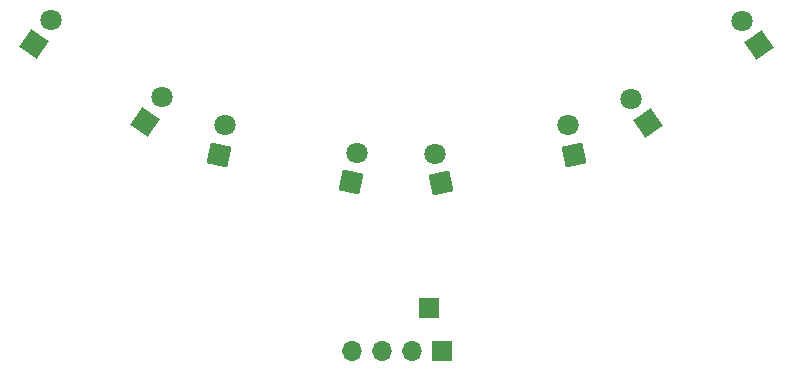
<source format=gbr>
%TF.GenerationSoftware,KiCad,Pcbnew,7.0.9*%
%TF.CreationDate,2025-01-15T22:01:12+09:00*%
%TF.ProjectId,line_front_back_robot2,6c696e65-5f66-4726-9f6e-74066261636b,rev?*%
%TF.SameCoordinates,Original*%
%TF.FileFunction,Soldermask,Bot*%
%TF.FilePolarity,Negative*%
%FSLAX46Y46*%
G04 Gerber Fmt 4.6, Leading zero omitted, Abs format (unit mm)*
G04 Created by KiCad (PCBNEW 7.0.9) date 2025-01-15 22:01:12*
%MOMM*%
%LPD*%
G01*
G04 APERTURE LIST*
G04 Aperture macros list*
%AMRotRect*
0 Rectangle, with rotation*
0 The origin of the aperture is its center*
0 $1 length*
0 $2 width*
0 $3 Rotation angle, in degrees counterclockwise*
0 Add horizontal line*
21,1,$1,$2,0,0,$3*%
G04 Aperture macros list end*
%ADD10RotRect,1.800000X1.800000X78.000000*%
%ADD11C,1.800000*%
%ADD12RotRect,1.800000X1.800000X102.000000*%
%ADD13RotRect,1.800000X1.800000X125.000000*%
%ADD14R,1.700000X1.700000*%
%ADD15O,1.700000X1.700000*%
%ADD16RotRect,1.800000X1.800000X55.000000*%
G04 APERTURE END LIST*
D10*
%TO.C,Q10*%
X174756262Y-102614105D03*
D11*
X175284358Y-100129610D03*
%TD*%
D12*
%TO.C,Q2*%
X193597947Y-100275554D03*
D11*
X193069851Y-97791059D03*
%TD*%
D12*
%TO.C,Q1*%
X182394613Y-102687566D03*
D11*
X181866517Y-100203071D03*
%TD*%
D13*
%TO.C,Q4*%
X209272680Y-91014723D03*
D11*
X207815796Y-88934077D03*
%TD*%
D13*
%TO.C,Q3*%
X199902405Y-97612484D03*
D11*
X198445521Y-95531838D03*
%TD*%
D10*
%TO.C,Q9*%
X163540453Y-100260781D03*
D11*
X164068549Y-97776286D03*
%TD*%
D14*
%TO.C,J2*%
X182456099Y-116907974D03*
D15*
X179916099Y-116907974D03*
X177376099Y-116907974D03*
X174836099Y-116907974D03*
%TD*%
D14*
%TO.C,J3*%
X181323592Y-113220719D03*
%TD*%
D16*
%TO.C,Q7*%
X147888486Y-90917591D03*
D11*
X149345370Y-88836945D03*
%TD*%
D16*
%TO.C,Q8*%
X157293176Y-97466202D03*
D11*
X158750060Y-95385556D03*
%TD*%
M02*

</source>
